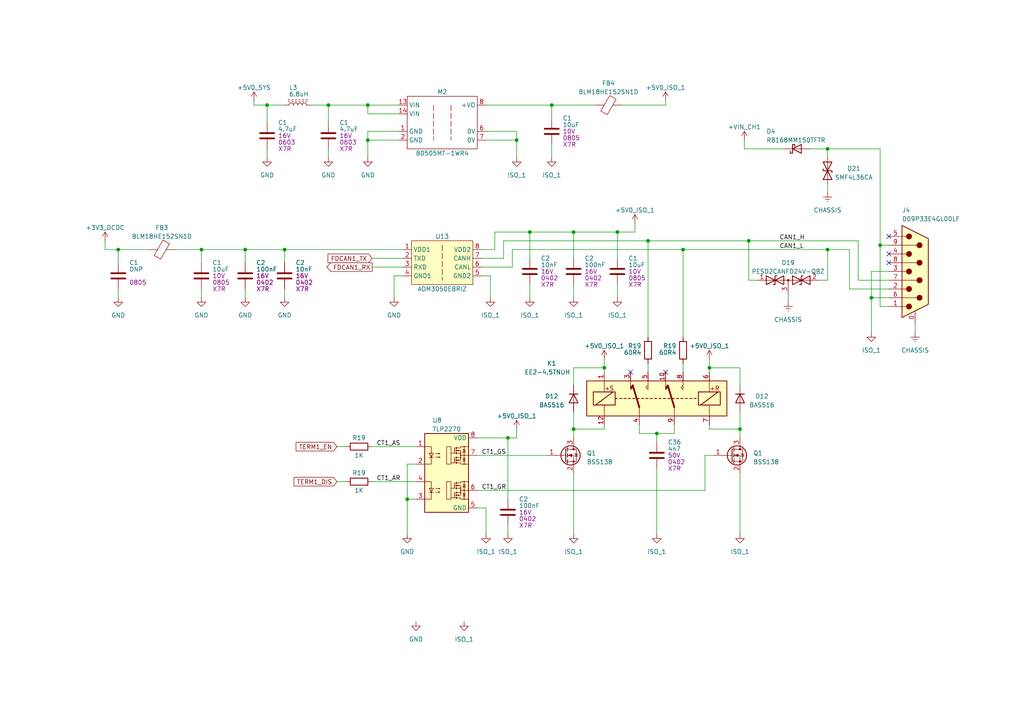
<source format=kicad_sch>
(kicad_sch (version 20230121) (generator eeschema)
  (paper "A4")
  (lib_symbols
    (symbol "Connector:DE9_Plug_MountingHoles" (pin_names (offset 1.016) hide)
      (property "Reference" "J" (at 0 16.51 0))
      (property "Value" "DE9_Plug_MountingHoles" (at 0 14.605 0))
      (symbol "DE9_Plug_MountingHoles_1_1"
        (pin passive line (at 0 -15.24 90) (length 3.81) (name "PAD") (number "0"))
        (pin passive line (at -7.62 -10.16 0) (length 3.81) (name "1") (number "1"))
        (pin passive line (at -7.62 -5.08 0) (length 3.81) (name "2") (number "2"))
        (pin passive line (at -7.62 0 0) (length 3.81) (name "3") (number "3"))
        (pin passive line (at -7.62 5.08 0) (length 3.81) (name "4") (number "4"))
        (pin passive line (at -7.62 10.16 0) (length 3.81) (name "5") (number "5"))
        (pin passive line (at -7.62 -7.62 0) (length 3.81) (name "6") (number "6"))
        (pin passive line (at -7.62 -2.54 0) (length 3.81) (name "7") (number "7"))
        (pin passive line (at -7.62 2.54 0) (length 3.81) (name "8") (number "8"))
        (pin passive line (at -7.62 7.62 0) (length 3.81) (name "9") (number "9"))
      )
    )
    (symbol "Device:C" (pin_numbers hide) (pin_names (offset 0.254))
      (property "Reference" "C" (at 0.635 2.54 0))
      (property "Value" "C" (at 0.635 -2.54 0))
      (symbol "C_1_1"
        (pin passive line (at 0 3.81 270) (length 2.794) (name "~") (number "1"))
        (pin passive line (at 0 -3.81 90) (length 2.794) (name "~") (number "2"))
      )
    )
    (symbol "Device:D_Schottky" (pin_numbers hide) (pin_names (offset 1.016) hide)
      (property "Reference" "D" (at 0 2.54 0))
      (property "Value" "D_Schottky" (at 0 -2.54 0))
      (symbol "D_Schottky_1_1"
        (pin passive line (at -3.81 0 0) (length 2.54) (name "K") (number "1"))
        (pin passive line (at 3.81 0 180) (length 2.54) (name "A") (number "2"))
      )
    )
    (symbol "Device:D_TVS" (pin_numbers hide) (pin_names (offset 1.016) hide)
      (property "Reference" "D" (at 0 2.54 0))
      (property "Value" "D_TVS" (at 0 -2.54 0))
      (symbol "D_TVS_1_1"
        (pin passive line (at -3.81 0 0) (length 2.54) (name "A1") (number "1"))
        (pin passive line (at 3.81 0 180) (length 2.54) (name "A2") (number "2"))
      )
    )
    (symbol "Device:D_TVS_Dual_AAC" (pin_names (offset 1.016) hide)
      (property "Reference" "D" (at 0 4.445 0))
      (property "Value" "D_TVS_Dual_AAC" (at 0 2.54 0))
      (symbol "D_TVS_Dual_AAC_1_1"
        (pin passive line (at -8.89 0 0) (length 2.54) (name "A1") (number "1"))
        (pin passive line (at 8.89 0 180) (length 2.54) (name "A2") (number "2"))
        (pin input line (at 0 -3.81 90) (length 2.54) (name "common") (number "3"))
      )
    )
    (symbol "Device:FerriteBead" (pin_numbers hide) (pin_names (offset 0))
      (property "Reference" "FB" (at -3.81 0.635 90))
      (property "Value" "FerriteBead" (at 3.81 0 90))
      (symbol "FerriteBead_1_1"
        (pin passive line (at 0 3.81 270) (length 2.54) (name "~") (number "1"))
        (pin passive line (at 0 -3.81 90) (length 2.54) (name "~") (number "2"))
      )
    )
    (symbol "Device:L_Ferrite" (pin_numbers hide) (pin_names (offset 1.016) hide)
      (property "Reference" "L" (at -1.27 0 90))
      (property "Value" "L_Ferrite" (at 2.794 0 90))
      (symbol "L_Ferrite_1_1"
        (pin passive line (at 0 3.81 270) (length 1.27) (name "1") (number "1"))
        (pin passive line (at 0 -3.81 90) (length 1.27) (name "2") (number "2"))
      )
    )
    (symbol "Device:R" (pin_numbers hide) (pin_names (offset 0))
      (property "Reference" "R" (at 2.032 0 90))
      (property "Value" "R" (at 0 0 90))
      (symbol "R_1_1"
        (pin passive line (at 0 3.81 270) (length 1.27) (name "~") (number "1"))
        (pin passive line (at 0 -3.81 90) (length 1.27) (name "~") (number "2"))
      )
    )
    (symbol "Diode:BAS516" (pin_numbers hide) (pin_names hide)
      (property "Reference" "D" (at 0 2.54 0))
      (property "Value" "BAS516" (at 0 -2.54 0))
      (symbol "BAS516_1_1"
        (pin passive line (at -3.81 0 0) (length 2.54) (name "K") (number "1"))
        (pin passive line (at 3.81 0 180) (length 2.54) (name "A") (number "2"))
      )
    )
    (symbol "Relay:EE2-4.5TNUH"
      (property "Reference" "K" (at 17.78 8.89 0))
      (property "Value" "EE2-4.5TNUH" (at 22.86 6.35 0))
      (symbol "EE2-4.5TNUH_1_1"
        (text "+" (at -14.351 2.921 0) (effects (font (size 1.27 1.27))))
        (text "+" (at 16.129 2.921 0) (effects (font (size 1.27 1.27))))
        (text "R" (at 17.526 2.921 0) (effects (font (size 1.27 1.27))))
        (text "S" (at -13.081 2.921 0) (effects (font (size 1.27 1.27))))
        (pin passive line (at -15.24 7.62 270) (length 2.54) (name "~") (number "1"))
        (pin passive line (at 2.54 7.62 270) (length 2.54) (name "~") (number "10"))
        (pin passive line (at -15.24 -7.62 90) (length 2.54) (name "~") (number "12"))
        (pin passive line (at -7.62 7.62 270) (length 2.54) (name "~") (number "3"))
        (pin passive line (at -5.08 -7.62 90) (length 2.54) (name "~") (number "4"))
        (pin passive line (at -2.54 7.62 270) (length 2.54) (name "~") (number "5"))
        (pin passive line (at 15.24 7.62 270) (length 2.54) (name "~") (number "6"))
        (pin passive line (at 15.24 -7.62 90) (length 2.54) (name "~") (number "7"))
        (pin passive line (at 7.62 7.62 270) (length 2.54) (name "~") (number "8"))
        (pin passive line (at 5.08 -7.62 90) (length 2.54) (name "~") (number "9"))
      )
    )
    (symbol "Transistor_FET:BSS138" (pin_names hide)
      (property "Reference" "Q" (at 5.08 1.905 0))
      (property "Value" "BSS138" (at 5.08 0 0))
      (symbol "BSS138_1_1"
        (pin input line (at -5.08 0 0) (length 2.54) (name "G") (number "1"))
        (pin passive line (at 2.54 -5.08 90) (length 2.54) (name "S") (number "2"))
        (pin passive line (at 2.54 5.08 270) (length 2.54) (name "D") (number "3"))
      )
    )
    (symbol "power:GND" (power) (pin_names (offset 0))
      (property "Value" "GND" (at 0 -3.81 0))
      (symbol "GND_1_1"
        (pin power_in line (at 0 0 270) (length 0) hide (name "GND") (number "1"))
      )
    )
    (symbol "vhrd_interface_can:ADM3050E"
      (property "Reference" "U" (at 1.27 1.27 0))
      (property "Value" "ADM3050EBRIZ" (at 7.62 -13.97 0))
      (symbol "ADM3050E_1_1"
        (pin power_in line (at -2.54 -2.54 0) (length 2.54) (name "VDD1") (number "1"))
        (pin input line (at -2.54 -5.08 0) (length 2.54) (name "TXD") (number "2"))
        (pin output line (at -2.54 -7.62 0) (length 2.54) (name "RXD") (number "3"))
        (pin power_in line (at -2.54 -10.16 0) (length 2.54) (name "GND1") (number "4"))
        (pin power_in line (at 20.32 -10.16 180) (length 2.54) (name "GND2") (number "5"))
        (pin bidirectional line (at 20.32 -7.62 180) (length 2.54) (name "CANL") (number "6"))
        (pin bidirectional line (at 20.32 -5.08 180) (length 2.54) (name "CANH") (number "7"))
        (pin power_in line (at 20.32 -2.54 180) (length 2.54) (name "VDD2") (number "8"))
      )
    )
    (symbol "vhrd_module_power:B0505MT-1WR4"
      (property "Reference" "M" (at 0 5.08 0))
      (property "Value" "B0505MT-1WR4" (at 0 2.54 0))
      (symbol "B0505MT-1WR4_1_1"
        (pin power_in line (at -12.7 -10.16 0) (length 2.54) (name "GND") (number "1"))
        (pin power_in line (at -12.7 -2.54 0) (length 2.54) (name "VIN") (number "13"))
        (pin power_in line (at -12.7 -5.08 0) (length 2.54) (name "VIN") (number "14"))
        (pin power_in line (at -12.7 -12.7 0) (length 2.54) (name "GND") (number "2"))
        (pin power_out line (at 12.7 -10.16 180) (length 2.54) (name "0V") (number "6"))
        (pin power_out line (at 12.7 -12.7 180) (length 2.54) (name "0V") (number "7"))
        (pin power_out line (at 12.7 -2.54 180) (length 2.54) (name "+VO") (number "8"))
      )
    )
    (symbol "vhrd_opto_isolators:TLP2270"
      (property "Reference" "U" (at -5.08 7.62 0))
      (property "Value" "TLP2270" (at 0 7.62 0))
      (symbol "TLP2270_1_1"
        (pin passive line (at -7.62 2.54 0) (length 2.54) (name "~") (number "1"))
        (pin passive line (at -7.62 -2.54 0) (length 2.54) (name "~") (number "2"))
        (pin passive line (at -7.62 -12.7 0) (length 2.54) (name "~") (number "3"))
        (pin passive line (at -7.62 -7.62 0) (length 2.54) (name "~") (number "4"))
        (pin passive line (at 10.16 -15.24 180) (length 2.54) (name "GND") (number "5"))
        (pin output line (at 10.16 -10.16 180) (length 2.54) (name "~") (number "6"))
        (pin output line (at 10.16 0 180) (length 2.54) (name "~") (number "7"))
        (pin passive line (at 10.16 5.08 180) (length 2.54) (name "VDD") (number "8"))
      )
    )
    (symbol "vhrd_power:+3V3_DCDC" (power) (pin_names (offset 0))
      (property "Value" "+3V3_DCDC" (at 0 2.54 0))
      (symbol "+3V3_DCDC_0_0"
        (pin power_in line (at 0 0 90) (length 0) hide (name "+3V3_DCDC") (number "1"))
      )
    )
    (symbol "vhrd_power:+5V0_ISO_1" (power) (pin_names (offset 0))
      (property "Value" "+5V0_ISO_1" (at 0 3.556 0))
      (symbol "+5V0_ISO_1_1_1"
        (pin power_in line (at 0 0 90) (length 0) hide (name "+5V0_ISO_1") (number "1"))
      )
    )
    (symbol "vhrd_power:+5V0_SYS" (power) (pin_names (offset 0))
      (property "Value" "+5V0_SYS" (at 0 3.81 0))
      (symbol "+5V0_SYS_1_1"
        (pin power_in line (at 0 0 90) (length 0) hide (name "+5V0_SYS") (number "1"))
      )
    )
    (symbol "vhrd_power:+VIN_CH1" (power) (pin_names (offset 0))
      (property "Value" "+VIN_CH1" (at 0 2.54 0))
      (symbol "+VIN_CH1_1_0"
        (pin power_in line (at 0 0 90) (length 0) hide (name "+VIN_CH1") (number "1"))
      )
    )
    (symbol "vhrd_power:CHASSIS" (power) (pin_names (offset 0))
      (property "Value" "CHASSIS" (at 0 -3.81 0))
      (symbol "CHASSIS_1_1"
        (pin power_in line (at 0 0 270) (length 0) hide (name "CHASSIS") (number "1"))
      )
    )
    (symbol "vhrd_power:ISO_1" (power) (pin_names (offset 0))
      (property "Value" "ISO_1" (at 0 -3.81 0))
      (symbol "ISO_1_1_1"
        (pin power_in line (at 0 0 270) (length 0) hide (name "ISO_1") (number "1"))
      )
    )
  )
  (junction (at 214.63 124.46))
  (junction (at 153.67 67.31))
  (junction (at 179.07 67.31))
  (junction (at 95.25 30.48))
  (junction (at 34.29 72.39))
  (junction (at 187.96 69.85))
  (junction (at 77.47 30.48))
  (junction (at 252.73 86.36))
  (junction (at 205.74 106.68))
  (junction (at 190.5 125.73))
  (junction (at 240.03 43.18))
  (junction (at 160.02 30.48))
  (junction (at 106.68 30.48))
  (junction (at 175.26 106.68))
  (junction (at 58.42 72.39))
  (junction (at 240.03 72.39))
  (junction (at 166.37 124.46))
  (junction (at 198.12 72.39))
  (junction (at 118.11 144.78))
  (junction (at 255.27 71.12))
  (junction (at 166.37 67.31))
  (junction (at 217.17 69.85))
  (junction (at 149.86 40.64))
  (junction (at 82.55 72.39))
  (junction (at 71.12 72.39))
  (junction (at 106.68 40.64))
  (junction (at 147.32 127))
  (no_connect (at 182.88 107.95))
  (no_connect (at 257.81 76.2))
  (no_connect (at 257.81 73.66))
  (no_connect (at 257.81 68.58))
  (no_connect (at 193.04 107.95))
  (wire (pts (xy 95.25 30.48) (xy 95.25 35.56)))
  (wire (pts (xy 166.37 67.31) (xy 166.37 74.93)))
  (wire (pts (xy 185.42 123.19) (xy 185.42 125.73)))
  (wire (pts (xy 34.29 72.39) (xy 34.29 76.2)))
  (wire (pts (xy 160.02 30.48) (xy 172.72 30.48)))
  (wire (pts (xy 175.26 104.14) (xy 175.26 106.68)))
  (wire (pts (xy 147.32 152.4) (xy 147.32 154.94)))
  (wire (pts (xy 107.95 139.7) (xy 120.65 139.7)))
  (wire (pts (xy 175.26 106.68) (xy 175.26 107.95)))
  (wire (pts (xy 255.27 88.9) (xy 255.27 71.12)))
  (wire (pts (xy 246.38 83.82) (xy 257.81 83.82)))
  (wire (pts (xy 240.03 43.18) (xy 255.27 43.18)))
  (wire (pts (xy 106.68 40.64) (xy 115.57 40.64)))
  (wire (pts (xy 198.12 97.79) (xy 198.12 72.39)))
  (wire (pts (xy 143.51 67.31) (xy 153.67 67.31)))
  (wire (pts (xy 166.37 111.76) (xy 166.37 106.68)))
  (wire (pts (xy 227.33 43.18) (xy 215.9 43.18)))
  (wire (pts (xy 95.25 43.18) (xy 95.25 45.72)))
  (wire (pts (xy 219.71 81.28) (xy 217.17 81.28)))
  (wire (pts (xy 106.68 40.64) (xy 106.68 45.72)))
  (wire (pts (xy 180.34 30.48) (xy 193.04 30.48)))
  (wire (pts (xy 71.12 83.82) (xy 71.12 86.36)))
  (wire (pts (xy 214.63 119.38) (xy 214.63 124.46)))
  (wire (pts (xy 30.48 72.39) (xy 34.29 72.39)))
  (wire (pts (xy 248.92 81.28) (xy 257.81 81.28)))
  (wire (pts (xy 214.63 124.46) (xy 214.63 127)))
  (wire (pts (xy 73.66 29.21) (xy 73.66 30.48)))
  (wire (pts (xy 149.86 127) (xy 149.86 124.46)))
  (wire (pts (xy 198.12 72.39) (xy 240.03 72.39)))
  (wire (pts (xy 252.73 86.36) (xy 257.81 86.36)))
  (wire (pts (xy 240.03 53.34) (xy 240.03 55.88)))
  (wire (pts (xy 160.02 41.91) (xy 160.02 45.72)))
  (wire (pts (xy 187.96 69.85) (xy 217.17 69.85)))
  (wire (pts (xy 95.25 30.48) (xy 106.68 30.48)))
  (wire (pts (xy 153.67 67.31) (xy 166.37 67.31)))
  (wire (pts (xy 142.24 80.01) (xy 139.7 80.01)))
  (wire (pts (xy 139.7 77.47) (xy 148.59 77.47)))
  (wire (pts (xy 138.43 127) (xy 147.32 127)))
  (wire (pts (xy 252.73 86.36) (xy 252.73 78.74)))
  (wire (pts (xy 185.42 125.73) (xy 190.5 125.73)))
  (wire (pts (xy 153.67 67.31) (xy 153.67 74.93)))
  (wire (pts (xy 166.37 119.38) (xy 166.37 124.46)))
  (wire (pts (xy 71.12 72.39) (xy 82.55 72.39)))
  (wire (pts (xy 265.43 93.98) (xy 265.43 96.52)))
  (wire (pts (xy 166.37 124.46) (xy 175.26 124.46)))
  (wire (pts (xy 82.55 83.82) (xy 82.55 86.36)))
  (wire (pts (xy 58.42 83.82) (xy 58.42 86.36)))
  (wire (pts (xy 228.6 85.09) (xy 228.6 87.63)))
  (wire (pts (xy 179.07 67.31) (xy 166.37 67.31)))
  (wire (pts (xy 97.79 139.7) (xy 100.33 139.7)))
  (wire (pts (xy 149.86 40.64) (xy 149.86 45.72)))
  (wire (pts (xy 34.29 72.39) (xy 43.18 72.39)))
  (wire (pts (xy 205.74 104.14) (xy 205.74 106.68)))
  (wire (pts (xy 166.37 106.68) (xy 175.26 106.68)))
  (wire (pts (xy 234.95 43.18) (xy 240.03 43.18)))
  (wire (pts (xy 107.95 74.93) (xy 116.84 74.93)))
  (wire (pts (xy 184.15 64.77) (xy 184.15 67.31)))
  (wire (pts (xy 215.9 40.64) (xy 215.9 43.18)))
  (wire (pts (xy 114.3 86.36) (xy 114.3 80.01)))
  (wire (pts (xy 138.43 132.08) (xy 158.75 132.08)))
  (wire (pts (xy 198.12 105.41) (xy 198.12 107.95)))
  (wire (pts (xy 179.07 82.55) (xy 179.07 86.36)))
  (wire (pts (xy 252.73 78.74) (xy 257.81 78.74)))
  (wire (pts (xy 252.73 96.52) (xy 252.73 86.36)))
  (wire (pts (xy 140.97 38.1) (xy 149.86 38.1)))
  (wire (pts (xy 195.58 123.19) (xy 195.58 125.73)))
  (wire (pts (xy 107.95 77.47) (xy 116.84 77.47)))
  (wire (pts (xy 193.04 29.21) (xy 193.04 30.48)))
  (wire (pts (xy 187.96 105.41) (xy 187.96 107.95)))
  (wire (pts (xy 204.47 142.24) (xy 204.47 132.08)))
  (wire (pts (xy 240.03 45.72) (xy 240.03 43.18)))
  (wire (pts (xy 140.97 147.32) (xy 138.43 147.32)))
  (wire (pts (xy 149.86 38.1) (xy 149.86 40.64)))
  (wire (pts (xy 166.37 124.46) (xy 166.37 127)))
  (wire (pts (xy 240.03 72.39) (xy 246.38 72.39)))
  (wire (pts (xy 214.63 106.68) (xy 205.74 106.68)))
  (wire (pts (xy 166.37 82.55) (xy 166.37 86.36)))
  (wire (pts (xy 217.17 69.85) (xy 248.92 69.85)))
  (wire (pts (xy 71.12 72.39) (xy 71.12 76.2)))
  (wire (pts (xy 187.96 69.85) (xy 187.96 97.79)))
  (wire (pts (xy 190.5 125.73) (xy 190.5 128.27)))
  (wire (pts (xy 257.81 88.9) (xy 255.27 88.9)))
  (wire (pts (xy 147.32 144.78) (xy 147.32 127)))
  (wire (pts (xy 107.95 129.54) (xy 120.65 129.54)))
  (wire (pts (xy 58.42 76.2) (xy 58.42 72.39)))
  (wire (pts (xy 255.27 43.18) (xy 255.27 71.12)))
  (wire (pts (xy 149.86 127) (xy 147.32 127)))
  (wire (pts (xy 120.65 134.62) (xy 118.11 134.62)))
  (wire (pts (xy 237.49 81.28) (xy 240.03 81.28)))
  (wire (pts (xy 146.05 74.93) (xy 146.05 69.85)))
  (wire (pts (xy 248.92 69.85) (xy 248.92 81.28)))
  (wire (pts (xy 205.74 106.68) (xy 205.74 107.95)))
  (wire (pts (xy 146.05 69.85) (xy 187.96 69.85)))
  (wire (pts (xy 246.38 72.39) (xy 246.38 83.82)))
  (wire (pts (xy 77.47 30.48) (xy 77.47 35.56)))
  (wire (pts (xy 90.17 30.48) (xy 95.25 30.48)))
  (wire (pts (xy 82.55 72.39) (xy 116.84 72.39)))
  (wire (pts (xy 77.47 43.18) (xy 77.47 45.72)))
  (wire (pts (xy 166.37 137.16) (xy 166.37 154.94)))
  (wire (pts (xy 179.07 67.31) (xy 179.07 74.93)))
  (wire (pts (xy 58.42 72.39) (xy 71.12 72.39)))
  (wire (pts (xy 115.57 33.02) (xy 106.68 33.02)))
  (wire (pts (xy 175.26 124.46) (xy 175.26 123.19)))
  (wire (pts (xy 114.3 80.01) (xy 116.84 80.01)))
  (wire (pts (xy 50.8 72.39) (xy 58.42 72.39)))
  (wire (pts (xy 82.55 76.2) (xy 82.55 72.39)))
  (wire (pts (xy 255.27 71.12) (xy 257.81 71.12)))
  (wire (pts (xy 195.58 125.73) (xy 190.5 125.73)))
  (wire (pts (xy 77.47 30.48) (xy 82.55 30.48)))
  (wire (pts (xy 140.97 154.94) (xy 140.97 147.32)))
  (wire (pts (xy 139.7 74.93) (xy 146.05 74.93)))
  (wire (pts (xy 184.15 67.31) (xy 179.07 67.31)))
  (wire (pts (xy 118.11 154.94) (xy 118.11 144.78)))
  (wire (pts (xy 148.59 72.39) (xy 198.12 72.39)))
  (wire (pts (xy 214.63 124.46) (xy 205.74 124.46)))
  (wire (pts (xy 139.7 72.39) (xy 143.51 72.39)))
  (wire (pts (xy 97.79 129.54) (xy 100.33 129.54)))
  (wire (pts (xy 106.68 33.02) (xy 106.68 30.48)))
  (wire (pts (xy 106.68 38.1) (xy 106.68 40.64)))
  (wire (pts (xy 205.74 123.19) (xy 205.74 124.46)))
  (wire (pts (xy 118.11 144.78) (xy 120.65 144.78)))
  (wire (pts (xy 115.57 38.1) (xy 106.68 38.1)))
  (wire (pts (xy 140.97 40.64) (xy 149.86 40.64)))
  (wire (pts (xy 148.59 77.47) (xy 148.59 72.39)))
  (wire (pts (xy 214.63 111.76) (xy 214.63 106.68)))
  (wire (pts (xy 204.47 132.08) (xy 207.01 132.08)))
  (wire (pts (xy 217.17 81.28) (xy 217.17 69.85)))
  (wire (pts (xy 34.29 83.82) (xy 34.29 86.36)))
  (wire (pts (xy 138.43 142.24) (xy 204.47 142.24)))
  (wire (pts (xy 30.48 69.85) (xy 30.48 72.39)))
  (wire (pts (xy 140.97 30.48) (xy 160.02 30.48)))
  (wire (pts (xy 118.11 134.62) (xy 118.11 144.78)))
  (wire (pts (xy 190.5 135.89) (xy 190.5 154.94)))
  (wire (pts (xy 142.24 80.01) (xy 142.24 86.36)))
  (wire (pts (xy 143.51 72.39) (xy 143.51 67.31)))
  (wire (pts (xy 77.47 30.48) (xy 73.66 30.48)))
  (wire (pts (xy 153.67 82.55) (xy 153.67 86.36)))
  (wire (pts (xy 106.68 30.48) (xy 115.57 30.48)))
  (wire (pts (xy 240.03 81.28) (xy 240.03 72.39)))
  (wire (pts (xy 214.63 137.16) (xy 214.63 154.94)))
  (wire (pts (xy 160.02 30.48) (xy 160.02 34.29)))
  (label "CT1_GS" (at 139.7 132.08 0))
  (label "CAN1_L" (at 226.06 72.39 0))
  (label "CT1_AS" (at 109.22 129.54 0))
  (label "CT1_AR" (at 109.22 139.7 0))
  (label "CT1_GR" (at 139.7 142.24 0))
  (label "CAN1_H" (at 226.06 69.85 0))
  (global_label "TERM1_EN" (shape input) (at 97.79 129.54 180) (property "Intersheetrefs" "${INTERSHEET_REFS}" (effects hide)))
  (global_label "FDCAN1_TX" (shape input) (at 107.95 74.93 180) (property "Intersheetrefs" "${INTERSHEET_REFS}" (effects hide)))
  (global_label "FDCAN1_RX" (shape output) (at 107.95 77.47 180) (property "Intersheetrefs" "${INTERSHEET_REFS}" (effects hide)))
  (global_label "TERM1_DIS" (shape input) (at 97.79 139.7 180) (property "Intersheetrefs" "${INTERSHEET_REFS}" (effects hide)))
  (symbol (lib_id "vhrd_power:ISO_1") (at 149.86 45.72 0) (unit 1)
    (property "Reference" "#PWR064" (effects hide))
    (property "Value" "ISO_1" (at 149.86 50.8 0))
  )
  (symbol (lib_id "vhrd_module_power:B0505MT-1WR4") (at 128.27 27.94 0) (unit 1)
    (property "Reference" "M2" (at 128.27 26.67 0))
    (property "Value" "B0505MT-1WR4" (at 128.27 44.45 0))
    (property "Footprint" "vhrd_module_power:B0505MT-1WR4" (effects hide))
    (property "Description" "DC DC CONVERTER 5V 1W SMD" (effects hide))
    (instances (project "vb125_eth_fdcan_pro" (path "" (reference "M2") (unit 1))) (project "vb124_iob_isofd_db9" (path "" (reference "M1") (unit 1))))
  )
  (symbol (lib_id "vhrd_power:ISO_1") (at 160.02 45.72 0) (unit 1)
    (property "Reference" "#PWR097" (effects hide))
    (property "Value" "ISO_1" (at 160.02 50.8 0))
  )
  (symbol (lib_id "Device:FerriteBead") (at 46.99 72.39 90) (unit 1)
    (property "Reference" "FB3" (at 46.9392 66.04 90))
    (property "Value" "BLM18HE152SN1D" (at 46.9392 68.58 90))
    (property "Footprint" "Inductor_SMD:L_0603_1608Metric" (effects hide))
    (property "Datasheet" "https://www.murata.com/en-us/products/productdata/8796741599262/ENFA0004.pdf" (effects hide))
    (property "Irated" "500mA" (effects hide))
    (property "DCR" "0.5Ohm" (effects hide))
    (property "Impedance" "1.5k @ 100MHz" (effects hide))
  )
  (symbol (lib_id "vhrd_power:ISO_1") (at 134.62 180.34 0) (unit 1)
    (property "Reference" "#PWR098" (effects hide))
    (property "Value" "ISO_1" (at 134.62 185.42 0))
  )
  (symbol (lib_id "Diode:BAS516") (at 214.63 115.57 270) (unit 1)
    (property "Reference" "D12" (at 220.98 114.935 90))
    (property "Value" "BAS516" (at 220.98 117.475 90))
    (property "Footprint" "Diode_SMD:D_SOD-523" (effects hide))
    (property "Datasheet" "https://assets.nexperia.com/documents/data-sheet/BAS16_SER.pdf" (effects hide))
    (property "Sim.Device" "D" (effects hide))
    (property "Sim.Pins" "1=K 2=A" (effects hide))
    (instances (project "vb125_eth_fdcan_pro" (path "" (reference "D12") (unit 1)) (path "" (reference "D16") (unit 1))))
  )
  (symbol (lib_id "power:GND") (at 120.65 180.34 0) (unit 1)
    (property "Reference" "#PWR099" (effects hide))
    (property "Value" "GND" (at 120.65 185.42 0))
    (instances (project "vb125_eth_fdcan_pro" (path "" (reference "#PWR099") (unit 1))) (project "vb124_iob_isofd_db9" (path "" (reference "#PWR025") (unit 1))))
  )
  (symbol (lib_id "power:GND") (at 77.47 45.72 0) (unit 1)
    (property "Reference" "#PWR059" (effects hide))
    (property "Value" "GND" (at 77.47 50.8 0))
    (instances (project "vb125_eth_fdcan_pro" (path "" (reference "#PWR059") (unit 1)) (path "" (reference "#PWR0101") (unit 1))))
  )
  (symbol (lib_id "vhrd_interface_can:ADM3050E") (at 119.38 69.85 0) (unit 1)
    (property "Reference" "U13" (at 128.27 68.58 0))
    (property "Value" "ADM3050EBRIZ" (at 128.27 83.82 0))
    (property "Footprint" "vhrd_generic:RI-8-1_ADI" (effects hide))
    (property "Datasheet" "https://www.analog.com/media/en/technical-documentation/data-sheets/ADM3050E.pdf" (effects hide))
  )
  (symbol (lib_id "vhrd_power:ISO_1") (at 140.97 154.94 0) (unit 1)
    (property "Reference" "#PWR0108" (effects hide))
    (property "Value" "ISO_1" (at 140.97 160.02 0))
  )
  (symbol (lib_id "vhrd_opto_isolators:TLP2270") (at 128.27 132.08 0) (unit 1)
    (property "Reference" "U8" (at 125.4167 121.92 0) (effects (justify left)))
    (property "Value" "TLP2270" (at 125.4167 124.46 0) (effects (justify left)))
    (property "Footprint" "vhrd_generic:SO8L_TOS" (effects hide))
    (property "Datasheet" "https://toshiba.semicon-storage.com/info/TLP2270_datasheet_en_20191126.pdf?did=54624&prodName=TLP2270" (effects hide))
  )
  (symbol (lib_id "Device:D_TVS_Dual_AAC") (at 228.6 81.28 0) (unit 1)
    (property "Reference" "D19" (at 228.6 76.2 0))
    (property "Value" "PESD2CANFD24V-QBZ" (at 228.6 78.74 0))
  )
  (symbol (lib_id "Device:C") (at 77.47 39.37 0) (unit 1)
    (property "Reference" "C1" (at 80.645 35.56 0) (effects (justify left)))
    (property "Value" "4.7uF" (at 80.645 37.465 0) (effects (justify left)))
    (property "Footprint" "Capacitor_SMD:C_0603_1608Metric" (effects hide))
    (property "Voltage" "16V" (at 80.645 39.37 0) (effects (justify left)))
    (property "Dielectric" "X7R" (at 80.645 43.18 0) (effects (justify left)))
    (property "Package" "0603" (at 80.645 41.275 0) (effects (justify left)))
    (property "Vworking" "8.7V" (effects hide))
    (instances (project "vb125_eth_fdcan_pro" (path "" (reference "C1") (unit 1)) (path "" (reference "C74") (unit 1)) (path "" (reference "C52") (unit 1))))
  )
  (symbol (lib_id "vhrd_power:ISO_1") (at 166.37 86.36 0) (unit 1)
    (property "Reference" "#PWR0159" (effects hide))
    (property "Value" "ISO_1" (at 166.37 91.44 0))
  )
  (symbol (lib_id "Device:C") (at 147.32 148.59 0) (unit 1)
    (property "Reference" "C2" (at 150.495 144.78 0) (effects (justify left)))
    (property "Value" "100nF" (at 150.495 146.685 0) (effects (justify left)))
    (property "Voltage" "16V" (at 150.495 148.59 0) (effects (justify left)))
    (property "Dielectric" "X7R" (at 150.495 152.4 0) (effects (justify left)))
    (property "Package" "0402" (at 150.495 150.495 0) (effects (justify left)))
    (property "Vworking" "3.3V" (effects hide))
    (instances (project "vb125_eth_fdcan_pro" (path "" (reference "C2") (unit 1)) (path "" (reference "C54") (unit 1))))
  )
  (symbol (lib_id "Device:C") (at 160.02 38.1 0) (unit 1)
    (property "Reference" "C1" (at 163.195 34.29 0) (effects (justify left)))
    (property "Value" "10uF" (at 163.195 36.195 0) (effects (justify left)))
    (property "Footprint" "Capacitor_SMD:C_0805_2012Metric" (effects hide))
    (property "Voltage" "10V" (at 163.195 38.1 0) (effects (justify left)))
    (property "Dielectric" "X7R" (at 163.195 41.91 0) (effects (justify left)))
    (property "Package" "0805" (at 163.195 40.005 0) (effects (justify left)))
    (property "Mpn1" "Samsung:CL21B106KPQNNNE" (effects hide))
    (property "Mpn2" "Murata:GRM21BR71A106KA73K" (effects hide))
    (instances (project "vb125_eth_fdcan_pro" (path "" (reference "C1") (unit 1)) (path "" (reference "C74") (unit 1)) (path "" (reference "C57") (unit 1))))
  )
  (symbol (lib_id "Device:R") (at 104.14 129.54 90) (mirror x) (unit 1)
    (property "Reference" "R19" (at 104.14 127 90))
    (property "Value" "1K" (at 104.14 132.08 90))
    (property "Footprint" "Resistor_SMD:R_0402_1005Metric" (effects hide))
    (instances (project "vb125_eth_fdcan_pro" (path "" (reference "R19") (unit 1)) (path "" (reference "R38") (unit 1)) (path "" (reference "R39") (unit 1)) (path "" (reference "R50") (unit 1)) (path "" (reference "R79") (unit 1)) (path "" (reference "R53") (unit 1))))
  )
  (symbol (lib_id "vhrd_power:+5V0_ISO_1") (at 205.74 104.14 0) (unit 1)
    (property "Reference" "#PWR0105" (effects hide))
    (property "Value" "+5V0_ISO_1" (at 205.74 100.33 0))
  )
  (symbol (lib_id "Device:C") (at 179.07 78.74 0) (unit 1)
    (property "Reference" "C1" (at 182.245 74.93 0) (effects (justify left)))
    (property "Value" "10uF" (at 182.245 76.835 0) (effects (justify left)))
    (property "Footprint" "Capacitor_SMD:C_0805_2012Metric" (effects hide))
    (property "Voltage" "10V" (at 182.245 78.74 0) (effects (justify left)))
    (property "Dielectric" "X7R" (at 182.245 82.55 0) (effects (justify left)))
    (property "Package" "0805" (at 182.245 80.645 0) (effects (justify left)))
    (property "Mpn1" "Samsung:CL21B106KPQNNNE" (effects hide))
    (property "Mpn2" "Murata:GRM21BR71A106KA73K" (effects hide))
    (instances (project "vb125_eth_fdcan_pro" (path "" (reference "C1") (unit 1)) (path "" (reference "C74") (unit 1)) (path "" (reference "C79") (unit 1))))
  )
  (symbol (lib_id "Device:L_Ferrite") (at 86.36 30.48 90) (unit 1)
    (property "Reference" "L3" (at 83.82 25.4 90) (effects (justify right)))
    (property "Value" "6.8uH" (at 83.82 27.305 90) (effects (justify right)))
    (property "Footprint" "Inductor_SMD:L_0805_2012Metric" (effects hide))
    (property "Mpn2" "TDK:MLZ2012M6R8HTD25" (effects hide))
    (property "Inductance" "6.8uH" (effects hide))
    (property "Irated" "350mA" (effects hide))
    (property "Iworking" "220mA" (effects hide))
    (property "Mpn1" "TKD:MLZ2012M6R8HT000" (effects hide))
    (instances (project "vb125_eth_fdcan_pro" (path "" (reference "L3") (unit 1)) (path "" (reference "L4") (unit 1))))
  )
  (symbol (lib_id "vhrd_power:ISO_1") (at 190.5 154.94 0) (unit 1)
    (property "Reference" "#PWR0102" (effects hide))
    (property "Value" "ISO_1" (at 190.5 160.02 0))
  )
  (symbol (lib_id "vhrd_power:CHASSIS") (at 228.6 87.63 0) (unit 1)
    (property "Reference" "#PWR0153" (effects hide))
    (property "Value" "CHASSIS" (at 228.6 92.71 0))
    (instances (project "vb125_eth_fdcan_pro" (path "" (reference "#PWR0153") (unit 1)) (path "" (reference "#PWR0164") (unit 1))))
  )
  (symbol (lib_id "Device:C") (at 82.55 80.01 0) (unit 1)
    (property "Reference" "C2" (at 85.725 76.2 0) (effects (justify left)))
    (property "Value" "10nF" (at 85.725 78.105 0) (effects (justify left)))
    (property "Voltage" "16V" (at 85.725 80.01 0) (effects (justify left)))
    (property "Dielectric" "X7R" (at 85.725 83.82 0) (effects (justify left)))
    (property "Package" "0402" (at 85.725 81.915 0) (effects (justify left)))
    (property "Vworking" "3.3V" (effects hide))
    (instances (project "vb125_eth_fdcan_pro" (path "" (reference "C2") (unit 1)) (path "" (reference "C62") (unit 1))))
  )
  (symbol (lib_id "vhrd_power:+5V0_ISO_1") (at 175.26 104.14 0) (unit 1)
    (property "Reference" "#PWR0104" (effects hide))
    (property "Value" "+5V0_ISO_1" (at 175.26 100.33 0))
  )
  (symbol (lib_id "Transistor_FET:BSS138") (at 163.83 132.08 0) (unit 1)
    (property "Reference" "Q1" (at 170.18 131.445 0) (effects (justify left)))
    (property "Value" "BSS138" (at 170.18 133.985 0) (effects (justify left)))
    (property "Footprint" "Package_TO_SOT_SMD:SOT-23" (effects hide))
    (property "Datasheet" "https://www.onsemi.com/pub/Collateral/BSS138-D.PDF" (effects hide))
    (instances (project "vb125_eth_fdcan_pro" (path "" (reference "Q1") (unit 1)) (path "" (reference "Q3") (unit 1))))
  )
  (symbol (lib_id "vhrd_power:ISO_1") (at 179.07 86.36 0) (unit 1)
    (property "Reference" "#PWR0163" (effects hide))
    (property "Value" "ISO_1" (at 179.07 91.44 0))
  )
  (symbol (lib_id "vhrd_power:+5V0_ISO_1") (at 149.86 124.46 0) (unit 1)
    (property "Reference" "#PWR0109" (effects hide))
    (property "Value" "+5V0_ISO_1" (at 149.86 120.65 0))
  )
  (symbol (lib_id "Device:C") (at 190.5 132.08 0) (unit 1)
    (property "Reference" "C36" (at 193.675 128.27 0) (effects (justify left)))
    (property "Value" "4n7" (at 193.675 130.175 0) (effects (justify left)))
    (property "Voltage" "50V" (at 193.675 132.08 0) (effects (justify left)))
    (property "Dielectric" "X7R" (at 193.675 135.89 0) (effects (justify left)))
    (property "Package" "0402" (at 193.675 133.985 0) (effects (justify left)))
    (property "Vworking" "?" (effects hide))
    (instances (project "vb125_eth_fdcan_pro" (path "" (reference "C36") (unit 1)) (path "" (reference "C71") (unit 1)) (path "" (reference "C53") (unit 1))))
  )
  (symbol (lib_id "Device:D_TVS") (at 240.03 49.53 90) (unit 1)
    (property "Reference" "D21" (at 247.65 48.895 90))
    (property "Value" "SMF4L36CA" (at 247.65 51.435 90))
  )
  (symbol (lib_id "Device:C") (at 71.12 80.01 0) (unit 1)
    (property "Reference" "C2" (at 74.295 76.2 0) (effects (justify left)))
    (property "Value" "100nF" (at 74.295 78.105 0) (effects (justify left)))
    (property "Voltage" "16V" (at 74.295 80.01 0) (effects (justify left)))
    (property "Dielectric" "X7R" (at 74.295 83.82 0) (effects (justify left)))
    (property "Package" "0402" (at 74.295 81.915 0) (effects (justify left)))
    (property "Vworking" "3.3V" (effects hide))
    (instances (project "vb125_eth_fdcan_pro" (path "" (reference "C2") (unit 1)) (path "" (reference "C61") (unit 1))))
  )
  (symbol (lib_id "power:GND") (at 106.68 45.72 0) (unit 1)
    (property "Reference" "#PWR0116" (effects hide))
    (property "Value" "GND" (at 106.68 50.8 0))
    (instances (project "vb125_eth_fdcan_pro" (path "" (reference "#PWR0116") (unit 1))) (project "vb124_iob_isofd_db9" (path "" (reference "#PWR025") (unit 1))))
  )
  (symbol (lib_id "Device:D_Schottky") (at 231.14 43.18 0) (mirror x) (unit 1)
    (property "Reference" "D4" (at 222.2542 38.1 0) (effects (justify left)))
    (property "Value" "RB168MM150TFTR" (at 222.2542 40.64 0) (effects (justify left)))
    (property "Footprint" "Diode_SMD:D_SOD-123F" (effects hide))
    (property "Datasheet" "https://fscdn.rohm.com/en/products/databook/datasheet/discrete/diode/schottky_barrier/rb168mm150tftr-e.pdf" (effects hide))
    (instances (project "vb125_eth_fdcan_pro" (path "" (reference "D4") (unit 1)) (path "" (reference "D20") (unit 1))))
  )
  (symbol (lib_id "Device:C") (at 166.37 78.74 0) (unit 1)
    (property "Reference" "C2" (at 169.545 74.93 0) (effects (justify left)))
    (property "Value" "100nF" (at 169.545 76.835 0) (effects (justify left)))
    (property "Voltage" "16V" (at 169.545 78.74 0) (effects (justify left)))
    (property "Dielectric" "X7R" (at 169.545 82.55 0) (effects (justify left)))
    (property "Package" "0402" (at 169.545 80.645 0) (effects (justify left)))
    (property "Vworking" "3.3V" (effects hide))
    (instances (project "vb125_eth_fdcan_pro" (path "" (reference "C2") (unit 1)) (path "" (reference "C77") (unit 1))))
  )
  (symbol (lib_id "power:GND") (at 34.29 86.36 0) (unit 1)
    (property "Reference" "#PWR030" (effects hide))
    (property "Value" "GND" (at 34.29 91.44 0))
    (instances (project "vb125_eth_fdcan_pro" (path "" (reference "#PWR030") (unit 1)) (path "" (reference "#PWR0162") (unit 1))))
  )
  (symbol (lib_id "power:GND") (at 114.3 86.36 0) (unit 1)
    (property "Reference" "#PWR0148" (effects hide))
    (property "Value" "GND" (at 114.3 91.44 0))
    (instances (project "vb125_eth_fdcan_pro" (path "" (reference "#PWR0148") (unit 1))) (project "vb124_iob_isofd_db9" (path "" (reference "#PWR025") (unit 1))))
  )
  (symbol (lib_id "vhrd_power:ISO_1") (at 142.24 86.36 0) (unit 1)
    (property "Reference" "#PWR0157" (effects hide))
    (property "Value" "ISO_1" (at 142.24 91.44 0))
  )
  (symbol (lib_id "Device:C") (at 34.29 80.01 0) (unit 1)
    (property "Reference" "C1" (at 37.465 76.2 0) (effects (justify left)))
    (property "Value" "DNP" (at 37.465 78.105 0) (effects (justify left)))
    (property "Footprint" "Capacitor_SMD:C_0805_2012Metric" (effects hide))
    (property "Package" "0805" (at 37.465 81.915 0) (effects (justify left)))
    (instances (project "vb125_eth_fdcan_pro" (path "" (reference "C1") (unit 1)) (path "" (reference "C74") (unit 1)) (path "" (reference "C78") (unit 1))))
  )
  (symbol (lib_id "power:GND") (at 71.12 86.36 0) (unit 1)
    (property "Reference" "#PWR030" (effects hide))
    (property "Value" "GND" (at 71.12 91.44 0))
    (instances (project "vb125_eth_fdcan_pro" (path "" (reference "#PWR030") (unit 1)) (path "" (reference "#PWR0149") (unit 1))))
  )
  (symbol (lib_id "Relay:EE2-4.5TNUH") (at 190.5 115.57 0) (unit 1)
    (property "Reference" "K1" (at 160.02 105.41 0))
    (property "Value" "EE2-4.5TNUH" (at 158.75 107.95 0))
    (property "Footprint" "vhrd_relay:Relay_DPDT_Kemet_EE2_NUH_DoubleCoil" (effects hide))
    (property "Datasheet" "https://content.kemet.com/datasheets/KEM_R7002_EC2_EE2.pdf" (effects hide))
  )
  (symbol (lib_id "vhrd_power:ISO_1") (at 153.67 86.36 0) (unit 1)
    (property "Reference" "#PWR0158" (effects hide))
    (property "Value" "ISO_1" (at 153.67 91.44 0))
  )
  (symbol (lib_id "power:GND") (at 118.11 154.94 0) (unit 1)
    (property "Reference" "#PWR0110" (effects hide))
    (property "Value" "GND" (at 118.11 160.02 0))
    (instances (project "vb125_eth_fdcan_pro" (path "" (reference "#PWR0110") (unit 1))) (project "vb124_iob_isofd_db9" (path "" (reference "#PWR025") (unit 1))))
  )
  (symbol (lib_id "Device:R") (at 187.96 101.6 0) (mirror y) (unit 1)
    (property "Reference" "R19" (at 186.055 100.33 0) (effects (justify left)))
    (property "Value" "60R4" (at 186.055 102.235 0) (effects (justify left)))
    (property "Footprint" "Resistor_SMD:R_0603_1608Metric" (effects hide))
    (instances (project "vb125_eth_fdcan_pro" (path "" (reference "R19") (unit 1)) (path "" (reference "R38") (unit 1)) (path "" (reference "R39") (unit 1)) (path "" (reference "R50") (unit 1)) (path "" (reference "R70") (unit 1)) (path "" (reference "R51") (unit 1))))
  )
  (symbol (lib_id "Connector:DE9_Plug_MountingHoles") (at 265.43 78.74 0) (unit 1)
    (property "Reference" "J4" (at 261.62 60.96 0) (effects (justify left)))
    (property "Value" "D09P33E4GL00LF" (at 261.62 63.5 0) (effects (justify left)))
    (property "Footprint" "vhrd_connector_amphenol:D09P33E4GL00LF" (effects hide))
    (property "Datasheet" " ~" (effects hide))
  )
  (symbol (lib_id "Transistor_FET:BSS138") (at 212.09 132.08 0) (unit 1)
    (property "Reference" "Q1" (at 218.44 131.445 0) (effects (justify left)))
    (property "Value" "BSS138" (at 218.44 133.985 0) (effects (justify left)))
    (property "Footprint" "Package_TO_SOT_SMD:SOT-23" (effects hide))
    (property "Datasheet" "https://www.onsemi.com/pub/Collateral/BSS138-D.PDF" (effects hide))
    (instances (project "vb125_eth_fdcan_pro" (path "" (reference "Q1") (unit 1)) (path "" (reference "Q4") (unit 1))))
  )
  (symbol (lib_id "vhrd_power:CHASSIS") (at 265.43 96.52 0) (unit 1)
    (property "Reference" "#PWR0153" (effects hide))
    (property "Value" "CHASSIS" (at 265.43 101.6 0))
    (instances (project "vb125_eth_fdcan_pro" (path "" (reference "#PWR0153") (unit 1)) (path "" (reference "#PWR0155") (unit 1))))
  )
  (symbol (lib_id "power:GND") (at 58.42 86.36 0) (unit 1)
    (property "Reference" "#PWR030" (effects hide))
    (property "Value" "GND" (at 58.42 91.44 0))
    (instances (project "vb125_eth_fdcan_pro" (path "" (reference "#PWR030") (unit 1)) (path "" (reference "#PWR0151") (unit 1))))
  )
  (symbol (lib_id "vhrd_power:ISO_1") (at 147.32 154.94 0) (unit 1)
    (property "Reference" "#PWR0111" (effects hide))
    (property "Value" "ISO_1" (at 147.32 160.02 0))
  )
  (symbol (lib_id "vhrd_power:+5V0_SYS") (at 73.66 29.21 0) (unit 1)
    (property "Reference" "#PWR084" (effects hide))
    (property "Value" "+5V0_SYS" (at 73.66 25.4 0))
    (instances (project "vb125_eth_fdcan_pro" (path "" (reference "#PWR084") (unit 1)) (path "" (reference "#PWR0103") (unit 1))))
  )
  (symbol (lib_id "vhrd_power:+5V0_ISO_1") (at 184.15 64.77 0) (unit 1)
    (property "Reference" "#PWR0160" (effects hide))
    (property "Value" "+5V0_ISO_1" (at 184.15 60.96 0))
  )
  (symbol (lib_id "vhrd_power:ISO_1") (at 252.73 96.52 0) (unit 1)
    (property "Reference" "#PWR0161" (effects hide))
    (property "Value" "ISO_1" (at 252.73 101.6 0))
  )
  (symbol (lib_id "Diode:BAS516") (at 166.37 115.57 90) (mirror x) (unit 1)
    (property "Reference" "D12" (at 160.02 114.935 90))
    (property "Value" "BAS516" (at 160.02 117.475 90))
    (property "Footprint" "Diode_SMD:D_SOD-523" (effects hide))
    (property "Datasheet" "https://assets.nexperia.com/documents/data-sheet/BAS16_SER.pdf" (effects hide))
    (property "Sim.Device" "D" (effects hide))
    (property "Sim.Pins" "1=K 2=A" (effects hide))
    (instances (project "vb125_eth_fdcan_pro" (path "" (reference "D12") (unit 1)) (path "" (reference "D15") (unit 1))))
  )
  (symbol (lib_id "vhrd_power:CHASSIS") (at 240.03 55.88 0) (unit 1)
    (property "Reference" "#PWR0153" (effects hide))
    (property "Value" "CHASSIS" (at 240.03 60.96 0))
    (instances (project "vb125_eth_fdcan_pro" (path "" (reference "#PWR0153") (unit 1)) (path "" (reference "#PWR0165") (unit 1))))
  )
  (symbol (lib_id "vhrd_power:ISO_1") (at 166.37 154.94 0) (unit 1)
    (property "Reference" "#PWR0106" (effects hide))
    (property "Value" "ISO_1" (at 166.37 160.02 0))
  )
  (symbol (lib_id "Device:C") (at 95.25 39.37 0) (unit 1)
    (property "Reference" "C1" (at 98.425 35.56 0) (effects (justify left)))
    (property "Value" "4.7uF" (at 98.425 37.465 0) (effects (justify left)))
    (property "Footprint" "Capacitor_SMD:C_0603_1608Metric" (effects hide))
    (property "Voltage" "16V" (at 98.425 39.37 0) (effects (justify left)))
    (property "Dielectric" "X7R" (at 98.425 43.18 0) (effects (justify left)))
    (property "Package" "0603" (at 98.425 41.275 0) (effects (justify left)))
    (property "Vworking" "8.7V" (effects hide))
    (instances (project "vb125_eth_fdcan_pro" (path "" (reference "C1") (unit 1)) (path "" (reference "C74") (unit 1)) (path "" (reference "C51") (unit 1))))
  )
  (symbol (lib_id "Device:R") (at 104.14 139.7 90) (mirror x) (unit 1)
    (property "Reference" "R19" (at 104.14 137.16 90))
    (property "Value" "1K" (at 104.14 142.24 90))
    (property "Footprint" "Resistor_SMD:R_0402_1005Metric" (effects hide))
    (instances (project "vb125_eth_fdcan_pro" (path "" (reference "R19") (unit 1)) (path "" (reference "R38") (unit 1)) (path "" (reference "R39") (unit 1)) (path "" (reference "R50") (unit 1)) (path "" (reference "R79") (unit 1)) (path "" (reference "R54") (unit 1))))
  )
  (symbol (lib_id "Device:C") (at 58.42 80.01 0) (unit 1)
    (property "Reference" "C1" (at 61.595 76.2 0) (effects (justify left)))
    (property "Value" "10uF" (at 61.595 78.105 0) (effects (justify left)))
    (property "Footprint" "Capacitor_SMD:C_0805_2012Metric" (effects hide))
    (property "Voltage" "10V" (at 61.595 80.01 0) (effects (justify left)))
    (property "Dielectric" "X7R" (at 61.595 83.82 0) (effects (justify left)))
    (property "Package" "0805" (at 61.595 81.915 0) (effects (justify left)))
    (property "Mpn1" "Samsung:CL21B106KPQNNNE" (effects hide))
    (property "Mpn2" "Murata:GRM21BR71A106KA73K" (effects hide))
    (instances (project "vb125_eth_fdcan_pro" (path "" (reference "C1") (unit 1)) (path "" (reference "C74") (unit 1)) (path "" (reference "C75") (unit 1))))
  )
  (symbol (lib_id "Device:R") (at 198.12 101.6 0) (mirror y) (unit 1)
    (property "Reference" "R19" (at 196.215 100.33 0) (effects (justify left)))
    (property "Value" "60R4" (at 196.215 102.235 0) (effects (justify left)))
    (property "Footprint" "Resistor_SMD:R_0603_1608Metric" (effects hide))
    (instances (project "vb125_eth_fdcan_pro" (path "" (reference "R19") (unit 1)) (path "" (reference "R38") (unit 1)) (path "" (reference "R39") (unit 1)) (path "" (reference "R50") (unit 1)) (path "" (reference "R70") (unit 1)) (path "" (reference "R52") (unit 1))))
  )
  (symbol (lib_id "vhrd_power:+3V3_DCDC") (at 30.48 69.85 0) (unit 1)
    (property "Reference" "#PWR092" (effects hide))
    (property "Value" "+3V3_DCDC" (at 30.48 66.04 0))
    (instances (project "vb125_eth_fdcan_pro" (path "" (reference "#PWR092") (unit 1)) (path "" (reference "#PWR0152") (unit 1))))
  )
  (symbol (lib_id "Device:FerriteBead") (at 176.53 30.48 90) (unit 1)
    (property "Reference" "FB4" (at 176.4792 24.13 90))
    (property "Value" "BLM18HE152SN1D" (at 176.4792 26.67 90))
    (property "Footprint" "Inductor_SMD:L_0603_1608Metric" (effects hide))
    (property "Datasheet" "https://www.murata.com/en-us/products/productdata/8796741599262/ENFA0004.pdf" (effects hide))
    (property "Irated" "500mA" (effects hide))
    (property "DCR" "0.5Ohm" (effects hide))
    (property "Impedance" "1.5k @ 100MHz" (effects hide))
  )
  (symbol (lib_id "vhrd_power:+VIN_CH1") (at 215.9 40.64 0) (unit 1)
    (property "Reference" "#PWR0166" (effects hide))
    (property "Value" "+VIN_CH1" (at 215.9 36.83 0))
  )
  (symbol (lib_id "power:GND") (at 82.55 86.36 0) (unit 1)
    (property "Reference" "#PWR030" (effects hide))
    (property "Value" "GND" (at 82.55 91.44 0))
    (instances (project "vb125_eth_fdcan_pro" (path "" (reference "#PWR030") (unit 1)) (path "" (reference "#PWR0150") (unit 1))))
  )
  (symbol (lib_id "vhrd_power:+5V0_ISO_1") (at 193.04 29.21 0) (unit 1)
    (property "Reference" "#PWR096" (effects hide))
    (property "Value" "+5V0_ISO_1" (at 193.04 25.4 0))
  )
  (symbol (lib_id "power:GND") (at 95.25 45.72 0) (unit 1)
    (property "Reference" "#PWR059" (effects hide))
    (property "Value" "GND" (at 95.25 50.8 0))
    (instances (project "vb125_eth_fdcan_pro" (path "" (reference "#PWR059") (unit 1)) (path "" (reference "#PWR0100") (unit 1))))
  )
  (symbol (lib_id "Device:C") (at 153.67 78.74 0) (unit 1)
    (property "Reference" "C2" (at 156.845 74.93 0) (effects (justify left)))
    (property "Value" "10nF" (at 156.845 76.835 0) (effects (justify left)))
    (property "Voltage" "16V" (at 156.845 78.74 0) (effects (justify left)))
    (property "Dielectric" "X7R" (at 156.845 82.55 0) (effects (justify left)))
    (property "Package" "0402" (at 156.845 80.645 0) (effects (justify left)))
    (property "Vworking" "3.3V" (effects hide))
    (instances (project "vb125_eth_fdcan_pro" (path "" (reference "C2") (unit 1)) (path "" (reference "C76") (unit 1))))
  )
  (symbol (lib_id "vhrd_power:ISO_1") (at 214.63 154.94 0) (unit 1)
    (property "Reference" "#PWR0107" (effects hide))
    (property "Value" "ISO_1" (at 214.63 160.02 0))
  )
)
</source>
